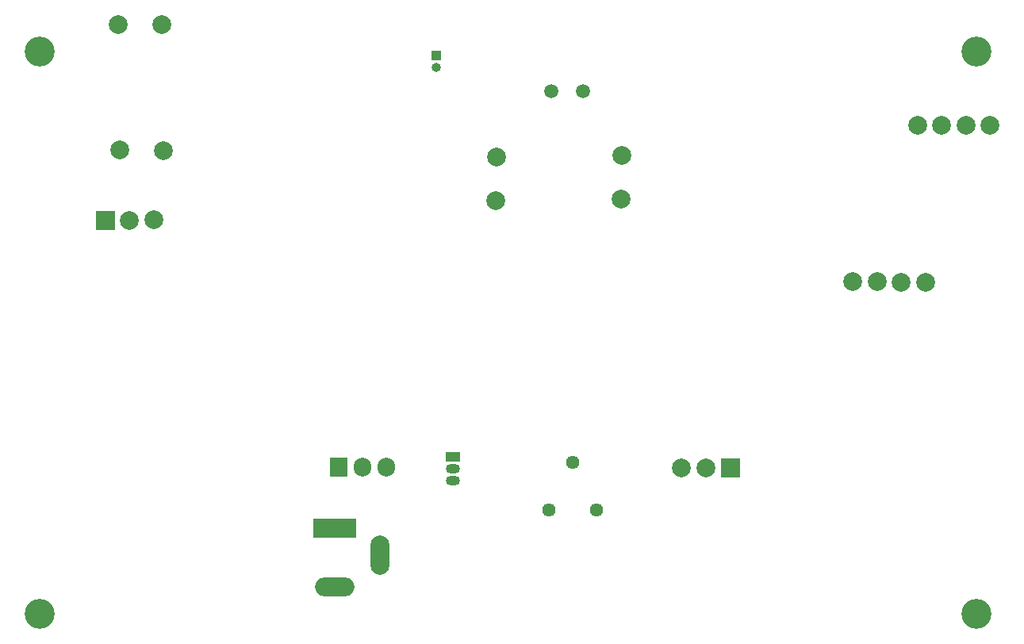
<source format=gbr>
%TF.GenerationSoftware,KiCad,Pcbnew,(7.0.0)*%
%TF.CreationDate,2024-01-25T16:52:26+01:00*%
%TF.ProjectId,Sensorbox,53656e73-6f72-4626-9f78-2e6b69636164,rev?*%
%TF.SameCoordinates,PX62b48e0PY7ffbac0*%
%TF.FileFunction,Soldermask,Bot*%
%TF.FilePolarity,Negative*%
%FSLAX46Y46*%
G04 Gerber Fmt 4.6, Leading zero omitted, Abs format (unit mm)*
G04 Created by KiCad (PCBNEW (7.0.0)) date 2024-01-25 16:52:26*
%MOMM*%
%LPD*%
G01*
G04 APERTURE LIST*
%ADD10C,3.200000*%
%ADD11C,2.000000*%
%ADD12R,2.000000X2.000000*%
%ADD13R,1.500000X1.050000*%
%ADD14O,1.500000X1.050000*%
%ADD15R,1.000000X1.000000*%
%ADD16O,1.000000X1.000000*%
%ADD17C,1.440000*%
%ADD18R,1.905000X2.000000*%
%ADD19O,1.905000X2.000000*%
%ADD20C,1.500000*%
%ADD21R,4.600000X2.000000*%
%ADD22O,4.200000X2.000000*%
%ADD23O,2.000000X4.200000*%
G04 APERTURE END LIST*
D10*
%TO.C,H104*%
X5000000Y5000000D03*
%TD*%
%TO.C,H103*%
X105000000Y5000000D03*
%TD*%
%TO.C,H102*%
X5000000Y65000000D03*
%TD*%
%TO.C,H101*%
X105000000Y65000000D03*
%TD*%
D11*
%TO.C,SW101*%
X13580505Y54521625D03*
X13435000Y67905000D03*
X18230524Y54463184D03*
X18085019Y67846559D03*
%TD*%
%TO.C,SB103*%
X17206816Y47030524D03*
X14606816Y47010524D03*
D12*
X12016815Y47010523D03*
%TD*%
D11*
%TO.C,SW102*%
X53758441Y53750019D03*
X67141816Y53895524D03*
X53700000Y49100000D03*
X67083375Y49245505D03*
%TD*%
D13*
%TO.C,U103*%
X49139999Y21724999D03*
D14*
X49139999Y20454999D03*
X49139999Y19184999D03*
%TD*%
D11*
%TO.C,SB105*%
X99580000Y40400000D03*
X97000000Y40400000D03*
X94400000Y40420000D03*
X91810000Y40420000D03*
%TD*%
D15*
%TO.C,J101*%
X47399999Y64599999D03*
D16*
X47399999Y63329999D03*
%TD*%
D11*
%TO.C,SB104*%
X73560000Y20580000D03*
X76160000Y20600000D03*
D12*
X78749999Y20599999D03*
%TD*%
D11*
%TO.C,SB102*%
X106500000Y57120000D03*
X103920000Y57120000D03*
X101320000Y57100000D03*
X98730000Y57100000D03*
%TD*%
D17*
%TO.C,RV101*%
X64440000Y16045000D03*
X61900000Y21125000D03*
X59360000Y16045000D03*
%TD*%
D18*
%TO.C,U102*%
X36959999Y20654999D03*
D19*
X39499999Y20654999D03*
X42039999Y20654999D03*
%TD*%
D20*
%TO.C,R101*%
X59600000Y60800000D03*
X63000000Y60800000D03*
%TD*%
D21*
%TO.C,J102*%
X36549999Y14149999D03*
D22*
X36549999Y7849999D03*
D23*
X41349999Y11249999D03*
%TD*%
M02*

</source>
